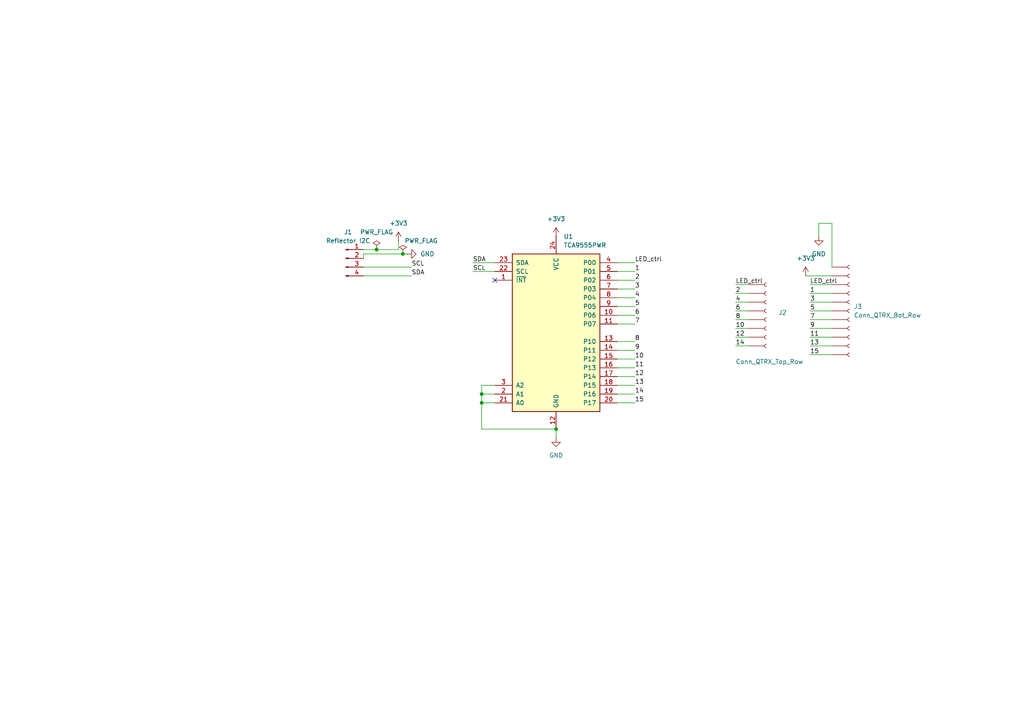
<source format=kicad_sch>
(kicad_sch (version 20231120) (generator "eeschema") (generator_version "8.0")
  (paper "A4")
  (lib_symbols
    (symbol "Connector:Conn_01x04_Pin" (pin_names (offset 1.016) hide)
      (property "Reference" "J" (at 0 5.08 0))
      (property "Value" "Conn_01x04_Pin" (at 0 -7.62 0))
      (symbol "Conn_01x04_Pin_1_1"
        (polyline (pts (xy 1.27 -5.08) (xy 0.8636 -5.08)) (stroke (width 0.1524)))
        (polyline (pts (xy 1.27 -2.54) (xy 0.8636 -2.54)) (stroke (width 0.1524)))
        (polyline (pts (xy 1.27 0) (xy 0.8636 0)) (stroke (width 0.1524)))
        (polyline (pts (xy 1.27 2.54) (xy 0.8636 2.54)) (stroke (width 0.1524)))
        (rectangle (start 0.8636 -4.953) (end 0 -5.207) (stroke (width 0.1524)) (fill (type outline)))
        (rectangle (start 0.8636 -2.413) (end 0 -2.667) (stroke (width 0.1524)) (fill (type outline)))
        (rectangle (start 0.8636 0.127) (end 0 -0.127) (stroke (width 0.1524)) (fill (type outline)))
        (rectangle (start 0.8636 2.667) (end 0 2.413) (stroke (width 0.1524)) (fill (type outline)))
        (pin passive line (at 5.08 2.54 180) (length 3.81) (name "Pin_1") (number "1"))
        (pin passive line (at 5.08 0 180) (length 3.81) (name "Pin_2") (number "2"))
        (pin passive line (at 5.08 -2.54 180) (length 3.81) (name "Pin_3") (number "3"))
        (pin passive line (at 5.08 -5.08 180) (length 3.81) (name "Pin_4") (number "4"))
      )
    )
    (symbol "Connector:Conn_01x08_Socket" (pin_numbers hide) (pin_names (offset 1.016) hide)
      (property "Reference" "J" (at 0 10.16 0))
      (property "Value" "Conn_01x08_Socket" (at 0 -12.7 0))
      (symbol "Conn_01x08_Socket_1_1"
        (arc (start 0 -9.652) (mid -0.5058 -10.16) (end 0 -10.668) (stroke (width 0.1524)))
        (arc (start 0 -7.112) (mid -0.5058 -7.62) (end 0 -8.128) (stroke (width 0.1524)))
        (arc (start 0 -4.572) (mid -0.5058 -5.08) (end 0 -5.588) (stroke (width 0.1524)))
        (arc (start 0 -2.032) (mid -0.5058 -2.54) (end 0 -3.048) (stroke (width 0.1524)))
        (polyline (pts (xy -1.27 -10.16) (xy -0.508 -10.16)) (stroke (width 0.1524)))
        (polyline (pts (xy -1.27 -7.62) (xy -0.508 -7.62)) (stroke (width 0.1524)))
        (polyline (pts (xy -1.27 -5.08) (xy -0.508 -5.08)) (stroke (width 0.1524)))
        (polyline (pts (xy -1.27 -2.54) (xy -0.508 -2.54)) (stroke (width 0.1524)))
        (polyline (pts (xy -1.27 0) (xy -0.508 0)) (stroke (width 0.1524)))
        (polyline (pts (xy -1.27 2.54) (xy -0.508 2.54)) (stroke (width 0.1524)))
        (polyline (pts (xy -1.27 5.08) (xy -0.508 5.08)) (stroke (width 0.1524)))
        (polyline (pts (xy -1.27 7.62) (xy -0.508 7.62)) (stroke (width 0.1524)))
        (arc (start 0 0.508) (mid -0.5058 0) (end 0 -0.508) (stroke (width 0.1524)))
        (arc (start 0 3.048) (mid -0.5058 2.54) (end 0 2.032) (stroke (width 0.1524)))
        (arc (start 0 5.588) (mid -0.5058 5.08) (end 0 4.572) (stroke (width 0.1524)))
        (arc (start 0 8.128) (mid -0.5058 7.62) (end 0 7.112) (stroke (width 0.1524)))
        (pin passive line (at -5.08 7.62 0) (length 3.81) (name "Pin_1") (number "1"))
        (pin passive line (at -5.08 5.08 0) (length 3.81) (name "Pin_2") (number "2"))
        (pin passive line (at -5.08 2.54 0) (length 3.81) (name "Pin_3") (number "3"))
        (pin passive line (at -5.08 0 0) (length 3.81) (name "Pin_4") (number "4"))
        (pin passive line (at -5.08 -2.54 0) (length 3.81) (name "Pin_5") (number "5"))
        (pin passive line (at -5.08 -5.08 0) (length 3.81) (name "Pin_6") (number "6"))
        (pin passive line (at -5.08 -7.62 0) (length 3.81) (name "Pin_7") (number "7"))
        (pin passive line (at -5.08 -10.16 0) (length 3.81) (name "Pin_8") (number "8"))
      )
    )
    (symbol "Connector:Conn_01x11_Socket" (pin_numbers hide) (pin_names (offset 1.016) hide)
      (property "Reference" "J" (at 0 15.24 0))
      (property "Value" "Conn_01x11_Socket" (at 0 -15.24 0))
      (symbol "Conn_01x11_Socket_1_1"
        (arc (start 0 -12.192) (mid -0.5058 -12.7) (end 0 -13.208) (stroke (width 0.1524)))
        (arc (start 0 -9.652) (mid -0.5058 -10.16) (end 0 -10.668) (stroke (width 0.1524)))
        (arc (start 0 -7.112) (mid -0.5058 -7.62) (end 0 -8.128) (stroke (width 0.1524)))
        (arc (start 0 -4.572) (mid -0.5058 -5.08) (end 0 -5.588) (stroke (width 0.1524)))
        (arc (start 0 -2.032) (mid -0.5058 -2.54) (end 0 -3.048) (stroke (width 0.1524)))
        (polyline (pts (xy -1.27 -12.7) (xy -0.508 -12.7)) (stroke (width 0.1524)))
        (polyline (pts (xy -1.27 -10.16) (xy -0.508 -10.16)) (stroke (width 0.1524)))
        (polyline (pts (xy -1.27 -7.62) (xy -0.508 -7.62)) (stroke (width 0.1524)))
        (polyline (pts (xy -1.27 -5.08) (xy -0.508 -5.08)) (stroke (width 0.1524)))
        (polyline (pts (xy -1.27 -2.54) (xy -0.508 -2.54)) (stroke (width 0.1524)))
        (polyline (pts (xy -1.27 0) (xy -0.508 0)) (stroke (width 0.1524)))
        (polyline (pts (xy -1.27 2.54) (xy -0.508 2.54)) (stroke (width 0.1524)))
        (polyline (pts (xy -1.27 5.08) (xy -0.508 5.08)) (stroke (width 0.1524)))
        (polyline (pts (xy -1.27 7.62) (xy -0.508 7.62)) (stroke (width 0.1524)))
        (polyline (pts (xy -1.27 10.16) (xy -0.508 10.16)) (stroke (width 0.1524)))
        (polyline (pts (xy -1.27 12.7) (xy -0.508 12.7)) (stroke (width 0.1524)))
        (arc (start 0 0.508) (mid -0.5058 0) (end 0 -0.508) (stroke (width 0.1524)))
        (arc (start 0 3.048) (mid -0.5058 2.54) (end 0 2.032) (stroke (width 0.1524)))
        (arc (start 0 5.588) (mid -0.5058 5.08) (end 0 4.572) (stroke (width 0.1524)))
        (arc (start 0 8.128) (mid -0.5058 7.62) (end 0 7.112) (stroke (width 0.1524)))
        (arc (start 0 10.668) (mid -0.5058 10.16) (end 0 9.652) (stroke (width 0.1524)))
        (arc (start 0 13.208) (mid -0.5058 12.7) (end 0 12.192) (stroke (width 0.1524)))
        (pin passive line (at -5.08 12.7 0) (length 3.81) (name "Pin_1") (number "1"))
        (pin passive line (at -5.08 -10.16 0) (length 3.81) (name "Pin_10") (number "10"))
        (pin passive line (at -5.08 -12.7 0) (length 3.81) (name "Pin_11") (number "11"))
        (pin passive line (at -5.08 10.16 0) (length 3.81) (name "Pin_2") (number "2"))
        (pin passive line (at -5.08 7.62 0) (length 3.81) (name "Pin_3") (number "3"))
        (pin passive line (at -5.08 5.08 0) (length 3.81) (name "Pin_4") (number "4"))
        (pin passive line (at -5.08 2.54 0) (length 3.81) (name "Pin_5") (number "5"))
        (pin passive line (at -5.08 0 0) (length 3.81) (name "Pin_6") (number "6"))
        (pin passive line (at -5.08 -2.54 0) (length 3.81) (name "Pin_7") (number "7"))
        (pin passive line (at -5.08 -5.08 0) (length 3.81) (name "Pin_8") (number "8"))
        (pin passive line (at -5.08 -7.62 0) (length 3.81) (name "Pin_9") (number "9"))
      )
    )
    (symbol "Interface_Expansion:TCA9555PWR" (pin_names (offset 1.016))
      (property "Reference" "U" (at -11.43 24.13 0))
      (property "Value" "TCA9555PWR" (at 0 0 0))
      (symbol "TCA9555PWR_0_1"
        (rectangle (start -12.7 22.86) (end 12.7 -22.86) (stroke (width 0.254)) (fill (type background)))
      )
      (symbol "TCA9555PWR_1_1"
        (pin open_collector line (at -17.78 15.24 0) (length 5.08) (name "~{INT}") (number "1"))
        (pin bidirectional line (at 17.78 5.08 180) (length 5.08) (name "P06") (number "10"))
        (pin bidirectional line (at 17.78 2.54 180) (length 5.08) (name "P07") (number "11"))
        (pin power_in line (at 0 -27.94 90) (length 5.08) (name "GND") (number "12"))
        (pin bidirectional line (at 17.78 -2.54 180) (length 5.08) (name "P10") (number "13"))
        (pin bidirectional line (at 17.78 -5.08 180) (length 5.08) (name "P11") (number "14"))
        (pin bidirectional line (at 17.78 -7.62 180) (length 5.08) (name "P12") (number "15"))
        (pin bidirectional line (at 17.78 -10.16 180) (length 5.08) (name "P13") (number "16"))
        (pin bidirectional line (at 17.78 -12.7 180) (length 5.08) (name "P14") (number "17"))
        (pin bidirectional line (at 17.78 -15.24 180) (length 5.08) (name "P15") (number "18"))
        (pin bidirectional line (at 17.78 -17.78 180) (length 5.08) (name "P16") (number "19"))
        (pin input line (at -17.78 -17.78 0) (length 5.08) (name "A1") (number "2"))
        (pin bidirectional line (at 17.78 -20.32 180) (length 5.08) (name "P17") (number "20"))
        (pin input line (at -17.78 -20.32 0) (length 5.08) (name "A0") (number "21"))
        (pin input line (at -17.78 17.78 0) (length 5.08) (name "SCL") (number "22"))
        (pin bidirectional line (at -17.78 20.32 0) (length 5.08) (name "SDA") (number "23"))
        (pin power_in line (at 0 27.94 270) (length 5.08) (name "VCC") (number "24"))
        (pin input line (at -17.78 -15.24 0) (length 5.08) (name "A2") (number "3"))
        (pin bidirectional line (at 17.78 20.32 180) (length 5.08) (name "P00") (number "4"))
        (pin bidirectional line (at 17.78 17.78 180) (length 5.08) (name "P01") (number "5"))
        (pin bidirectional line (at 17.78 15.24 180) (length 5.08) (name "P02") (number "6"))
        (pin bidirectional line (at 17.78 12.7 180) (length 5.08) (name "P03") (number "7"))
        (pin bidirectional line (at 17.78 10.16 180) (length 5.08) (name "P04") (number "8"))
        (pin bidirectional line (at 17.78 7.62 180) (length 5.08) (name "P05") (number "9"))
      )
    )
    (symbol "power:+3V3" (power) (pin_numbers hide) (pin_names (offset 0) hide)
      (property "Value" "+3V3" (at 0 3.556 0))
      (symbol "+3V3_0_1"
        (polyline (pts (xy -0.762 1.27) (xy 0 2.54)))
        (polyline (pts (xy 0 0) (xy 0 2.54)))
        (polyline (pts (xy 0 2.54) (xy 0.762 1.27)))
      )
      (symbol "+3V3_1_1"
        (pin power_in line (at 0 0 90) (length 0) (name "~") (number "1"))
      )
    )
    (symbol "power:GND" (power) (pin_numbers hide) (pin_names (offset 0) hide)
      (property "Value" "GND" (at 0 -3.81 0))
      (symbol "GND_0_1"
        (polyline (pts (xy 0 0) (xy 0 -1.27) (xy 1.27 -1.27) (xy 0 -2.54) (xy -1.27 -1.27) (xy 0 -1.27)))
      )
      (symbol "GND_1_1"
        (pin power_in line (at 0 0 270) (length 0) (name "~") (number "1"))
      )
    )
    (symbol "power:PWR_FLAG" (power) (pin_numbers hide) (pin_names (offset 0) hide)
      (property "Value" "PWR_FLAG" (at 0 3.81 0))
      (symbol "PWR_FLAG_0_0"
        (pin power_out line (at 0 0 90) (length 0) (name "~") (number "1"))
      )
      (symbol "PWR_FLAG_0_1"
        (polyline (pts (xy 0 0) (xy 0 1.27) (xy -1.016 1.905) (xy 0 2.54) (xy 1.016 1.905) (xy 0 1.27)))
      )
    )
  )
  (junction (at 161.29 124.46))
  (junction (at 116.84 73.66))
  (junction (at 139.7 116.84))
  (junction (at 139.7 114.3))
  (junction (at 109.22 72.39))
  (no_connect (at 143.51 81.28))
  (wire (pts (xy 184.15 78.74) (xy 179.07 78.74)))
  (wire (pts (xy 213.36 85.09) (xy 217.17 85.09)))
  (wire (pts (xy 184.15 109.22) (xy 179.07 109.22)))
  (wire (pts (xy 184.15 111.76) (xy 179.07 111.76)))
  (wire (pts (xy 234.95 87.63) (xy 241.3 87.63)))
  (wire (pts (xy 237.49 68.58) (xy 237.49 64.77)))
  (wire (pts (xy 234.95 85.09) (xy 241.3 85.09)))
  (wire (pts (xy 139.7 111.76) (xy 139.7 114.3)))
  (wire (pts (xy 234.95 100.33) (xy 241.3 100.33)))
  (wire (pts (xy 137.16 78.74) (xy 143.51 78.74)))
  (wire (pts (xy 184.15 88.9) (xy 179.07 88.9)))
  (wire (pts (xy 234.95 92.71) (xy 241.3 92.71)))
  (wire (pts (xy 213.36 95.25) (xy 217.17 95.25)))
  (wire (pts (xy 213.36 87.63) (xy 217.17 87.63)))
  (wire (pts (xy 234.95 102.87) (xy 241.3 102.87)))
  (wire (pts (xy 213.36 100.33) (xy 217.17 100.33)))
  (wire (pts (xy 139.7 114.3) (xy 139.7 116.84)))
  (wire (pts (xy 184.15 106.68) (xy 179.07 106.68)))
  (wire (pts (xy 241.3 64.77) (xy 241.3 77.47)))
  (wire (pts (xy 234.95 95.25) (xy 241.3 95.25)))
  (wire (pts (xy 116.84 73.66) (xy 105.41 73.66)))
  (wire (pts (xy 184.15 116.84) (xy 179.07 116.84)))
  (wire (pts (xy 137.16 76.2) (xy 143.51 76.2)))
  (wire (pts (xy 184.15 86.36) (xy 179.07 86.36)))
  (wire (pts (xy 213.36 92.71) (xy 217.17 92.71)))
  (wire (pts (xy 143.51 111.76) (xy 139.7 111.76)))
  (wire (pts (xy 184.15 83.82) (xy 179.07 83.82)))
  (wire (pts (xy 213.36 97.79) (xy 217.17 97.79)))
  (wire (pts (xy 118.11 73.66) (xy 116.84 73.66)))
  (wire (pts (xy 139.7 116.84) (xy 143.51 116.84)))
  (wire (pts (xy 234.95 82.55) (xy 241.3 82.55)))
  (wire (pts (xy 105.41 77.47) (xy 119.38 77.47)))
  (wire (pts (xy 184.15 93.98) (xy 179.07 93.98)))
  (wire (pts (xy 184.15 81.28) (xy 179.07 81.28)))
  (wire (pts (xy 184.15 91.44) (xy 179.07 91.44)))
  (wire (pts (xy 234.95 97.79) (xy 241.3 97.79)))
  (wire (pts (xy 139.7 116.84) (xy 139.7 124.46)))
  (wire (pts (xy 105.41 80.01) (xy 119.38 80.01)))
  (wire (pts (xy 233.68 80.01) (xy 241.3 80.01)))
  (wire (pts (xy 213.36 90.17) (xy 217.17 90.17)))
  (wire (pts (xy 184.15 114.3) (xy 179.07 114.3)))
  (wire (pts (xy 143.51 114.3) (xy 139.7 114.3)))
  (wire (pts (xy 237.49 64.77) (xy 241.3 64.77)))
  (wire (pts (xy 115.57 69.85) (xy 115.57 72.39)))
  (wire (pts (xy 184.15 101.6) (xy 179.07 101.6)))
  (wire (pts (xy 234.95 90.17) (xy 241.3 90.17)))
  (wire (pts (xy 184.15 99.06) (xy 179.07 99.06)))
  (wire (pts (xy 105.41 72.39) (xy 109.22 72.39)))
  (wire (pts (xy 109.22 72.39) (xy 115.57 72.39)))
  (wire (pts (xy 161.29 127) (xy 161.29 124.46)))
  (wire (pts (xy 179.07 76.2) (xy 184.15 76.2)))
  (wire (pts (xy 139.7 124.46) (xy 161.29 124.46)))
  (wire (pts (xy 105.41 73.66) (xy 105.41 74.93)))
  (wire (pts (xy 213.36 82.55) (xy 217.17 82.55)))
  (wire (pts (xy 179.07 104.14) (xy 184.15 104.14)))
  (label "12" (at 184.15 109.22 0))
  (label "1" (at 184.15 78.74 0))
  (label "4" (at 184.15 86.36 0))
  (label "7" (at 234.95 92.71 0))
  (label "15" (at 184.15 116.84 0))
  (label "5" (at 184.15 88.9 0))
  (label "9" (at 234.95 95.25 0))
  (label "14" (at 213.36 100.33 0))
  (label "SCL" (at 137.16 78.74 0))
  (label "3" (at 234.95 87.63 0))
  (label "6" (at 213.36 90.17 0))
  (label "SCL" (at 119.38 77.47 0))
  (label "8" (at 184.15 99.06 0))
  (label "7" (at 184.15 93.98 0))
  (label "10" (at 184.15 104.14 0))
  (label "LED_ctrl" (at 213.36 82.55 0))
  (label "LED_ctrl" (at 234.95 82.55 0))
  (label "2" (at 184.15 81.28 0))
  (label "15" (at 234.95 102.87 0))
  (label "12" (at 213.36 97.79 0))
  (label "11" (at 184.15 106.68 0))
  (label "13" (at 234.95 100.33 0))
  (label "6" (at 184.15 91.44 0))
  (label "SDA" (at 137.16 76.2 0))
  (label "5" (at 234.95 90.17 0))
  (label "3" (at 184.15 83.82 0))
  (label "4" (at 213.36 87.63 0))
  (label "11" (at 234.95 97.79 0))
  (label "14" (at 184.15 114.3 0))
  (label "8" (at 213.36 92.71 0))
  (label "9" (at 184.15 101.6 0))
  (label "2" (at 213.36 85.09 0))
  (label "13" (at 184.15 111.76 0))
  (label "10" (at 213.36 95.25 0))
  (label "LED_ctrl" (at 184.15 76.2 0))
  (label "SDA" (at 119.38 80.01 0))
  (label "1" (at 234.95 85.09 0))
  (symbol (lib_id "power:GND") (at 118.11 73.66 90) (unit 1)
    (property "Reference" "#PWR02" (effects (hide yes)))
    (property "Value" "GND" (at 121.92 73.6599 90) (effects (justify right)))
    (property "Description" "Power symbol creates a global label with name \"GND\" , ground" (effects (hide yes)))
  )
  (symbol (lib_id "Connector:Conn_01x04_Pin") (at 100.33 74.93 0) (unit 1)
    (property "Reference" "J1" (at 100.965 67.31 0))
    (property "Value" "Reflector I2C" (at 100.965 69.85 0))
    (property "Footprint" "Connector_PinHeader_2.54mm:PinHeader_1x04_P2.54mm_Vertical" (effects (hide yes)))
    (property "Description" "Generic connector, single row, 01x04, script generated" (effects (hide yes)))
  )
  (symbol (lib_id "power:+3V3") (at 161.29 68.58 0) (unit 1)
    (property "Reference" "#PWR03" (effects (hide yes)))
    (property "Value" "+3V3" (at 161.29 63.5 0))
    (property "Description" "Power symbol creates a global label with name \"+3V3\"" (effects (hide yes)))
  )
  (symbol (lib_id "power:PWR_FLAG") (at 109.22 72.39 0) (unit 1)
    (property "Reference" "#FLG01" (effects (hide yes)))
    (property "Value" "PWR_FLAG" (at 109.22 67.31 0))
    (property "Description" "Special symbol for telling ERC where power comes from" (effects (hide yes)))
  )
  (symbol (lib_id "Connector:Conn_01x11_Socket") (at 246.38 90.17 0) (unit 1)
    (property "Reference" "J3" (at 247.65 88.8999 0) (effects (justify left)))
    (property "Value" "Conn_QTRX_Bot_Row" (at 247.65 91.4399 0) (effects (justify left)))
    (property "Footprint" "Connector_PinSocket_2.54mm:PinSocket_1x11_P2.54mm_Vertical" (effects (hide yes)))
    (property "Description" "Generic connector, single row, 01x11, script generated" (effects (hide yes)))
  )
  (symbol (lib_id "power:GND") (at 237.49 68.58 0) (unit 1)
    (property "Reference" "#PWR06" (effects (hide yes)))
    (property "Value" "GND" (at 237.49 73.66 0))
    (property "Description" "Power symbol creates a global label with name \"GND\" , ground" (effects (hide yes)))
  )
  (symbol (lib_id "Interface_Expansion:TCA9555PWR") (at 161.29 96.52 0) (unit 1)
    (property "Reference" "U1" (at 163.4841 68.58 0) (effects (justify left)))
    (property "Value" "TCA9555PWR" (at 163.4841 71.12 0) (effects (justify left)))
    (property "Footprint" "Package_SO:TSSOP-24_4.4x7.8mm_P0.65mm" (effects (hide yes)))
    (property "Datasheet" "http://www.ti.com/lit/ds/symlink/tca9555.pdf" (effects (hide yes)))
    (property "Description" "16-bit I/O expander, I2C and SMBus interface, interrupts, w/ pull-ups, TSSOP-24 package" (effects (hide yes)))
  )
  (symbol (lib_id "power:PWR_FLAG") (at 116.84 73.66 0) (unit 1)
    (property "Reference" "#FLG02" (effects (hide yes)))
    (property "Value" "PWR_FLAG" (at 122.174 69.85 0))
    (property "Description" "Special symbol for telling ERC where power comes from" (effects (hide yes)))
  )
  (symbol (lib_id "power:GND") (at 161.29 127 0) (unit 1)
    (property "Reference" "#PWR04" (effects (hide yes)))
    (property "Value" "GND" (at 161.29 132.08 0))
    (property "Description" "Power symbol creates a global label with name \"GND\" , ground" (effects (hide yes)))
  )
  (symbol (lib_id "power:+3V3") (at 115.57 69.85 0) (unit 1)
    (property "Reference" "#PWR01" (effects (hide yes)))
    (property "Value" "+3V3" (at 115.57 64.77 0))
    (property "Description" "Power symbol creates a global label with name \"+3V3\"" (effects (hide yes)))
  )
  (symbol (lib_id "power:+3V3") (at 233.68 80.01 0) (unit 1)
    (property "Reference" "#PWR05" (effects (hide yes)))
    (property "Value" "+3V3" (at 233.68 74.93 0))
    (property "Description" "Power symbol creates a global label with name \"+3V3\"" (effects (hide yes)))
  )
  (symbol (lib_id "Connector:Conn_01x08_Socket") (at 222.25 90.17 0) (unit 1)
    (property "Reference" "J2" (at 225.806 90.678 0) (effects (justify left)))
    (property "Value" "Conn_QTRX_Top_Row" (at 213.36 104.902 0) (effects (justify left)))
    (property "Footprint" "Connector_PinSocket_2.54mm:PinSocket_1x08_P2.54mm_Vertical" (effects (hide yes)))
    (property "Description" "Generic connector, single row, 01x08, script generated" (effects (hide yes)))
  )
)
</source>
